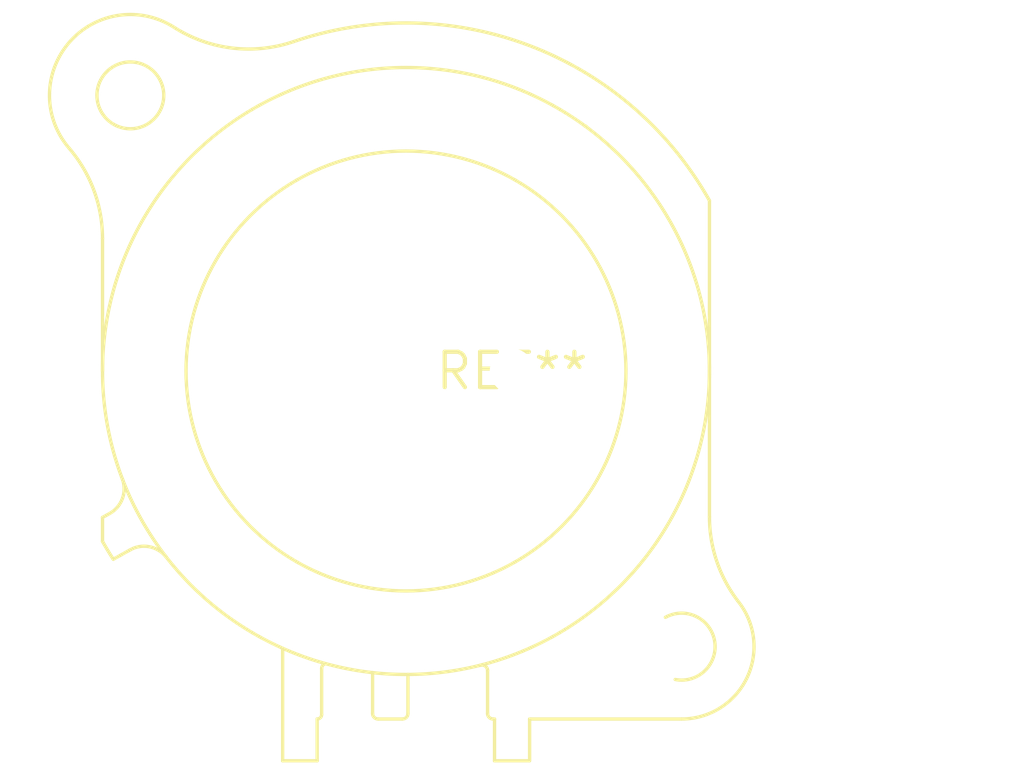
<source format=kicad_pcb>
(kicad_pcb (version 20240108) (generator pcbnew)
  (layers (0 "F.Cu" signal) (31 "B.Cu" signal) (34 "B.Paste" user) (35 "F.Paste" user) (36 "B.SilkS" user "B.Silkscreen") (37 "F.SilkS" user "F.Silkscreen") (38 "B.Mask" user) (39 "F.Mask" user) (44 "Edge.Cuts" user))
  (net 0 "")
  (footprint "Jack_XLR_Neutrik_NC3FAV2-0_Vertical" (layer "F.Cu") (at 0 0)
    (property "Reference" "REF**")
    (property "Value" "Jack_XLR_Neutrik_NC3FAV2-0_Vertical")
    (fp_line (start -14.71 0) (end -14.71 -4.76) (layer "F.SilkS") (stroke (width 0.12)))
    (fp_line (start -14.71 5.26) (end -14.71 6.12) (layer "F.SilkS") (stroke (width 0.12)))
    (fp_line (start -14.44 5.11) (end -14.71 5.26) (layer "F.SilkS") (stroke (width 0.12)))
    (fp_line (start -14.32 6.76) (end -13.71 6.42) (layer "F.SilkS") (stroke (width 0.12)))
    (fp_line (start -8.24 9.96) (end -8.24 14) (layer "F.SilkS") (stroke (width 0.12)))
    (fp_line (start -7 12.5) (end -7 14) (layer "F.SilkS") (stroke (width 0.12)))
    (fp_line (start -7 14) (end -8.24 14) (layer "F.SilkS") (stroke (width 0.12)))
    (fp_line (start -6.84 12.34) (end -6.84 10.69) (layer "F.SilkS") (stroke (width 0.12)))
    (fp_line (start -5.01 10.83) (end -5.01 12.3) (layer "F.SilkS") (stroke (width 0.12)))
    (fp_line (start -3.94 12.5) (end -4.81 12.5) (layer "F.SilkS") (stroke (width 0.12)))
    (fp_line (start -3.74 10.9) (end -3.74 12.3) (layer "F.SilkS") (stroke (width 0.12)))
    (fp_line (start -0.88 12.3) (end -0.88 10.76) (layer "F.SilkS") (stroke (width 0.12)))
    (fp_line (start -0.63 12.5) (end -0.68 12.5) (layer "F.SilkS") (stroke (width 0.12)))
    (fp_line (start -0.63 12.5) (end -0.63 14) (layer "F.SilkS") (stroke (width 0.12)))
    (fp_line (start 0.62 14) (end -0.63 14) (layer "F.SilkS") (stroke (width 0.12)))
    (fp_line (start 0.63 12.5) (end 6.09 12.5) (layer "F.SilkS") (stroke (width 0.12)))
    (fp_line (start 0.63 14) (end 0.63 12.5) (layer "F.SilkS") (stroke (width 0.12)))
    (fp_line (start 7.09 5.24) (end 7.09 -6.12) (layer "F.SilkS") (stroke (width 0.12)))
    (fp_arc (start -15.908829 -8.000856) (mid -15.019313 -6.48774) (end -14.71 -4.76) (layer "F.SilkS") (stroke (width 0.12)))
    (fp_arc (start -15.908236 -8.001617) (mid -15.907486 -11.799251) (end -12.15 -12.35) (layer "F.SilkS") (stroke (width 0.12)))
    (fp_arc (start -14.32314 6.763008) (mid -14.521396 6.444407) (end -14.71 6.12) (layer "F.SilkS") (stroke (width 0.12)))
    (fp_arc (start -14.004283 3.855674) (mid -13.989213 4.56375) (end -14.44 5.11) (layer "F.SilkS") (stroke (width 0.12)))
    (fp_arc (start -13.71 6.42) (mid -13.01025 6.315915) (end -12.412202 6.693832) (layer "F.SilkS") (stroke (width 0.12)))
    (fp_arc (start -7.848035 -11.831177) (mid -10.058192 -11.599923) (end -12.15 -12.35) (layer "F.SilkS") (stroke (width 0.12)))
    (fp_arc (start -7.841153 -11.83276) (mid 0.657009 -11.675197) (end 7.09 -6.12) (layer "F.SilkS") (stroke (width 0.12)))
    (fp_arc (start -6.84 10.69) (mid -6.803713 10.578321) (end -6.708713 10.509299) (layer "F.SilkS") (stroke (width 0.12)))
    (fp_arc (start -6.84 12.34) (mid -6.886863 12.453137) (end -7 12.5) (layer "F.SilkS") (stroke (width 0.12)))
    (fp_arc (start -4.81 12.5) (mid -4.951421 12.441421) (end -5.01 12.3) (layer "F.SilkS") (stroke (width 0.12)))
    (fp_arc (start -3.74 12.3) (mid -3.798579 12.441421) (end -3.94 12.5) (layer "F.SilkS") (stroke (width 0.12)))
    (fp_arc (start -1.1294 10.566197) (mid -0.957281 10.602076) (end -0.88 10.76) (layer "F.SilkS") (stroke (width 0.12)))
    (fp_arc (start -0.68 12.5) (mid -0.821421 12.441421) (end -0.88 12.3) (layer "F.SilkS") (stroke (width 0.12)))
    (fp_arc (start 2.636924 -8.782671) (mid 2.628394 -8.791269) (end 2.62 -8.8) (layer "F.SilkS") (stroke (width 0.12)))
    (fp_arc (start 2.680052 -8.767734) (mid 2.65973 -8.7835) (end 2.64 -8.8) (layer "F.SilkS") (stroke (width 0.12)))
    (fp_arc (start 5.507701 8.848226) (mid 7.277502 9.712546) (end 5.86 11.08) (layer "F.SilkS") (stroke (width 0.12)))
    (fp_arc (start 8.095865 8.245761) (mid 8.441704 11.008824) (end 6.09 12.5) (layer "F.SilkS") (stroke (width 0.12)))
    (fp_arc (start 8.098032 8.243976) (mid 7.348729 6.824298) (end 7.09 5.24) (layer "F.SilkS") (stroke (width 0.12)))
    (fp_circle (center -13.71 -9.9) (end -12.51 -9.9) (layer "F.SilkS") (stroke (width 0.12)) (fill none))
    (fp_circle (center -3.81 0) (end 4.09 0) (layer "F.SilkS") (stroke (width 0.12)) (fill none))
    (fp_circle (center -3.81 0) (end 7.09 0) (layer "F.SilkS") (stroke (width 0.12)) (fill none))
    (pad "1" thru_hole circle (at 0 0) (size 3.4 3.4) (drill 1.6) (layers *.Cu *.Mask) (remove_unused_layers))
    (pad "2" thru_hole circle (at -7.62 0) (size 3.4 3.4) (drill 1.6) (layers *.Cu *.Mask) (remove_unused_layers))
    (pad "3" thru_hole circle (at -3.81 4.45) (size 2.9 2.9) (drill 1.2) (layers *.Cu *.Mask) (remove_unused_layers))
    (pad "G" thru_hole circle (at 4.44 10.16) (size 2.9 2.9) (drill 1.2) (layers *.Cu *.Mask) (remove_unused_layers))
  )
)
</source>
